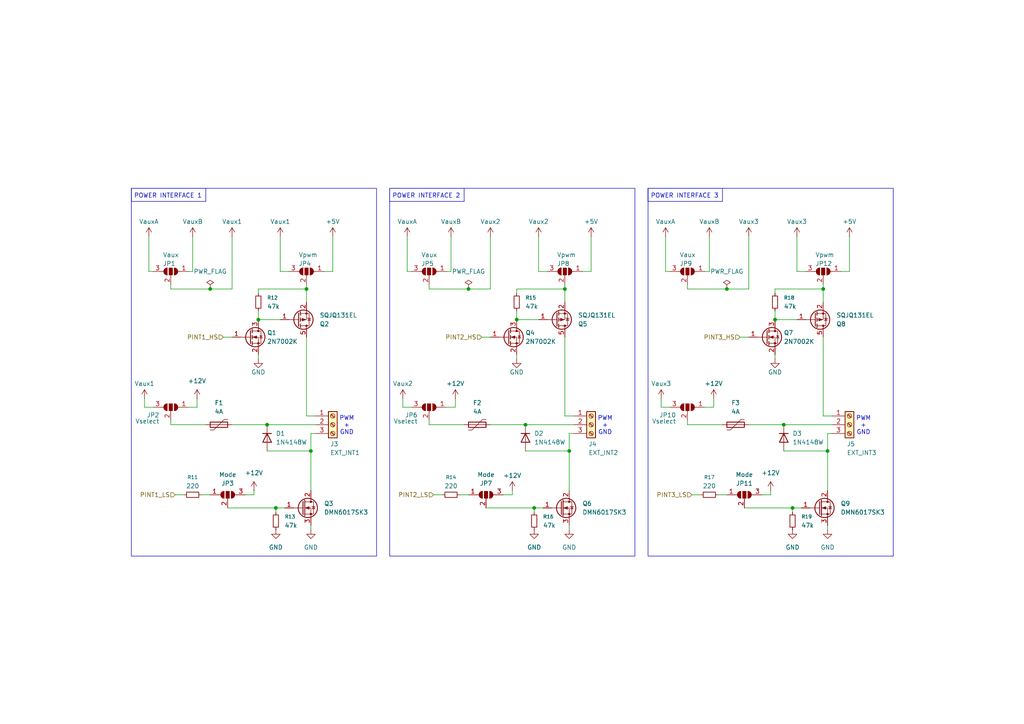
<source format=kicad_sch>
(kicad_sch (version 20250114) (generator "eeschema") (generator_version "9.0")
  (paper "A4")
  (title_block (title "Modulo Attuazione") (date "2025-11-28") (company "StarPi"))
  (lib_symbols
    (symbol "Connector:Screw_Terminal_01x03" (pin_names (offset 1.016) (hide yes))
      (property "Reference" "J" (at 0 5.08 0))
      (property "Value" "Screw_Terminal_01x03" (at 0 -5.08 0))
      (symbol "Screw_Terminal_01x03_1_1"
        (rectangle (start -1.27 3.81) (end 1.27 -3.81) (stroke (width 0.254)) (fill (type background)))
        (polyline (pts (xy -0.5334 2.8702) (xy 0.3302 2.032)) (stroke (width 0.1524)))
        (polyline (pts (xy -0.5334 0.3302) (xy 0.3302 -0.508)) (stroke (width 0.1524)))
        (polyline (pts (xy -0.5334 -2.2098) (xy 0.3302 -3.048)) (stroke (width 0.1524)))
        (polyline (pts (xy -0.3556 3.048) (xy 0.508 2.2098)) (stroke (width 0.1524)))
        (polyline (pts (xy -0.3556 0.508) (xy 0.508 -0.3302)) (stroke (width 0.1524)))
        (polyline (pts (xy -0.3556 -2.032) (xy 0.508 -2.8702)) (stroke (width 0.1524)))
        (circle (center 0 2.54) (radius 0.635) (stroke (width 0.1524)))
        (circle (center 0 0) (radius 0.635) (stroke (width 0.1524)))
        (circle (center 0 -2.54) (radius 0.635) (stroke (width 0.1524)))
        (pin passive line (at -5.08 2.54 0) (length 3.81) (name "Pin_1") (number "1"))
        (pin passive line (at -5.08 0 0) (length 3.81) (name "Pin_2") (number "2"))
        (pin passive line (at -5.08 -2.54 0) (length 3.81) (name "Pin_3") (number "3"))
      )
    )
    (symbol "Device:Polyfuse" (pin_numbers (hide yes)) (pin_names (offset 0))
      (property "Reference" "F" (at -2.54 0 90))
      (property "Value" "Polyfuse" (at 2.54 0 90))
      (symbol "Polyfuse_0_1"
        (polyline (pts (xy -1.524 2.54) (xy -1.524 1.524) (xy 1.524 -1.524) (xy 1.524 -2.54)))
        (rectangle (start -0.762 2.54) (end 0.762 -2.54) (stroke (width 0.254)))
        (polyline (pts (xy 0 2.54) (xy 0 -2.54)))
      )
      (symbol "Polyfuse_1_1"
        (pin passive line (at 0 3.81 270) (length 1.27) (name "~") (number "1"))
        (pin passive line (at 0 -3.81 90) (length 1.27) (name "~") (number "2"))
      )
    )
    (symbol "Device:R_Small" (pin_numbers (hide yes)) (pin_names (offset 0.254) (hide yes))
      (property "Reference" "R" (at 0 0 90))
      (property "Value" "R_Small" (at 1.778 0 90))
      (symbol "R_Small_0_1"
        (rectangle (start -0.762 1.778) (end 0.762 -1.778) (stroke (width 0.2032)))
      )
      (symbol "R_Small_1_1"
        (pin passive line (at 0 2.54 270) (length 0.762) (name "~") (number "1"))
        (pin passive line (at 0 -2.54 90) (length 0.762) (name "~") (number "2"))
      )
    )
    (symbol "Diode:1N4148W" (pin_numbers (hide yes)) (pin_names (hide yes))
      (property "Reference" "D" (at 0 2.54 0))
      (property "Value" "1N4148W" (at 0 -2.54 0))
      (symbol "1N4148W_0_1"
        (polyline (pts (xy -1.27 1.27) (xy -1.27 -1.27)) (stroke (width 0.254)))
        (polyline (pts (xy 1.27 1.27) (xy 1.27 -1.27) (xy -1.27 0) (xy 1.27 1.27)) (stroke (width 0.254)))
        (polyline (pts (xy 1.27 0) (xy -1.27 0)))
      )
      (symbol "1N4148W_1_1"
        (pin passive line (at -3.81 0 0) (length 2.54) (name "K") (number "1"))
        (pin passive line (at 3.81 0 180) (length 2.54) (name "A") (number "2"))
      )
    )
    (symbol "Jumper:SolderJumper_3_Open" (pin_names (offset 0) (hide yes)) (in_bom no)
      (property "Reference" "JP" (at -2.54 -2.54 0))
      (property "Value" "SolderJumper_3_Open" (at 0 2.794 0))
      (symbol "SolderJumper_3_Open_0_1"
        (polyline (pts (xy -2.54 0) (xy -2.032 0)))
        (polyline (pts (xy -1.016 1.016) (xy -1.016 -1.016)))
        (arc (start -1.016 -1.016) (mid -2.0276 0) (end -1.016 1.016))
        (arc (start -1.016 -1.016) (mid -2.0276 0) (end -1.016 1.016) (fill (type outline)))
        (rectangle (start -0.508 1.016) (end 0.508 -1.016) (fill (type outline)))
        (polyline (pts (xy 0 -1.27) (xy 0 -1.016)))
        (arc (start 1.016 1.016) (mid 2.0276 0) (end 1.016 -1.016))
        (arc (start 1.016 1.016) (mid 2.0276 0) (end 1.016 -1.016) (fill (type outline)))
        (polyline (pts (xy 1.016 1.016) (xy 1.016 -1.016)))
        (polyline (pts (xy 2.54 0) (xy 2.032 0)))
      )
      (symbol "SolderJumper_3_Open_1_1"
        (pin passive line (at -5.08 0 0) (length 2.54) (name "A") (number "1"))
        (pin passive line (at 0 -3.81 90) (length 2.54) (name "C") (number "2"))
        (pin passive line (at 5.08 0 180) (length 2.54) (name "B") (number "3"))
      )
    )
    (symbol "Transistor_FET:2N7002K" (pin_names (offset 0) (hide yes))
      (property "Reference" "Q" (at 5.08 1.905 0))
      (property "Value" "2N7002K" (at 5.08 0 0))
      (symbol "2N7002K_0_1"
        (polyline (pts (xy 0.254 1.905) (xy 0.254 -1.905)) (stroke (width 0.254)))
        (polyline (pts (xy 0.254 0) (xy -2.54 0)))
        (polyline (pts (xy 0.762 2.286) (xy 0.762 1.27)) (stroke (width 0.254)))
        (polyline (pts (xy 0.762 0.508) (xy 0.762 -0.508)) (stroke (width 0.254)))
        (polyline (pts (xy 0.762 -1.27) (xy 0.762 -2.286)) (stroke (width 0.254)))
        (polyline (pts (xy 0.762 -1.778) (xy 3.302 -1.778) (xy 3.302 1.778) (xy 0.762 1.778)))
        (polyline (pts (xy 1.016 0) (xy 2.032 0.381) (xy 2.032 -0.381) (xy 1.016 0)) (fill (type outline)))
        (circle (center 1.651 0) (radius 2.794) (stroke (width 0.254)))
        (polyline (pts (xy 2.54 2.54) (xy 2.54 1.778)))
        (circle (center 2.54 1.778) (radius 0.254) (fill (type outline)))
        (circle (center 2.54 -1.778) (radius 0.254) (fill (type outline)))
        (polyline (pts (xy 2.54 -2.54) (xy 2.54 0) (xy 0.762 0)))
        (polyline (pts (xy 2.921 0.381) (xy 3.683 0.381)))
        (polyline (pts (xy 3.302 0.381) (xy 2.921 -0.254) (xy 3.683 -0.254) (xy 3.302 0.381)))
      )
      (symbol "2N7002K_1_1"
        (pin input line (at -5.08 0 0) (length 2.54) (name "G") (number "1"))
        (pin passive line (at 2.54 5.08 270) (length 2.54) (name "D") (number "3"))
        (pin passive line (at 2.54 -5.08 90) (length 2.54) (name "S") (number "2"))
      )
    )
    (symbol "Transistor_FET:SQJQ131EL" (pin_names (hide yes))
      (property "Reference" "Q" (at 5.08 1.905 0))
      (property "Value" "SQJQ131EL" (at 5.08 0 0))
      (symbol "SQJQ131EL_0_1"
        (polyline (pts (xy 0.254 1.905) (xy 0.254 -1.905)) (stroke (width 0.254)))
        (polyline (pts (xy 0.254 0) (xy -2.54 0)))
        (polyline (pts (xy 0.762 2.286) (xy 0.762 1.27)) (stroke (width 0.254)))
        (polyline (pts (xy 0.762 1.778) (xy 3.302 1.778) (xy 3.302 -1.778) (xy 0.762 -1.778)))
        (polyline (pts (xy 0.762 0.508) (xy 0.762 -0.508)) (stroke (width 0.254)))
        (polyline (pts (xy 0.762 -1.27) (xy 0.762 -2.286)) (stroke (width 0.254)))
        (circle (center 1.651 0) (radius 2.794) (stroke (width 0.254)))
        (polyline (pts (xy 2.286 0) (xy 1.27 0.381) (xy 1.27 -0.381) (xy 2.286 0)) (fill (type outline)))
        (polyline (pts (xy 2.54 2.54) (xy 2.54 1.778)))
        (circle (center 2.54 1.778) (radius 0.254) (fill (type outline)))
        (circle (center 2.54 -1.778) (radius 0.254) (fill (type outline)))
        (polyline (pts (xy 2.54 -2.54) (xy 2.54 0) (xy 0.762 0)))
        (polyline (pts (xy 2.794 -0.508) (xy 2.921 -0.381) (xy 3.683 -0.381) (xy 3.81 -0.254)))
        (polyline (pts (xy 3.302 -0.381) (xy 2.921 0.254) (xy 3.683 0.254) (xy 3.302 -0.381)))
      )
      (symbol "SQJQ131EL_1_1"
        (pin input line (at -5.08 0 0) (length 2.54) (name "G") (number "1"))
        (pin passive line (at 2.54 5.08 270) (length 2.54) (name "D") (number "5"))
        (pin passive line (at 2.54 -5.08 90) (length 2.54) (name "S") (number "2"))
        (pin passive line (at 2.54 -5.08 90) (length 2.54) (hide yes) (name "S") (number "3"))
        (pin passive line (at 2.54 -5.08 90) (length 2.54) (hide yes) (name "S") (number "4"))
      )
    )
    (symbol "Transistor_FET_Other:Q_NMOS_Depletion_GDS" (pin_names (offset 0) (hide yes))
      (property "Reference" "Q" (at 5.08 1.905 0))
      (property "Value" "Q_NMOS_Depletion_GDS" (at 5.08 0 0))
      (symbol "Q_NMOS_Depletion_GDS_0_1"
        (polyline (pts (xy 0.254 1.905) (xy 0.254 -1.905)) (stroke (width 0.254)))
        (polyline (pts (xy 0.254 0) (xy -2.54 0)))
        (polyline (pts (xy 0.762 2.286) (xy 0.762 -2.286)) (stroke (width 0.254)))
        (polyline (pts (xy 0.762 -1.778) (xy 3.302 -1.778) (xy 3.302 1.778) (xy 0.762 1.778)))
        (polyline (pts (xy 1.016 0) (xy 2.032 0.381) (xy 2.032 -0.381) (xy 1.016 0)) (fill (type outline)))
        (circle (center 1.651 0) (radius 2.794) (stroke (width 0.254)))
        (polyline (pts (xy 2.54 2.54) (xy 2.54 1.778)))
        (circle (center 2.54 1.778) (radius 0.254) (fill (type outline)))
        (circle (center 2.54 -1.778) (radius 0.254) (fill (type outline)))
        (polyline (pts (xy 2.54 -2.54) (xy 2.54 0) (xy 0.762 0)))
        (polyline (pts (xy 2.794 0.508) (xy 2.921 0.381) (xy 3.683 0.381) (xy 3.81 0.254)))
        (polyline (pts (xy 3.302 0.381) (xy 2.921 -0.254) (xy 3.683 -0.254) (xy 3.302 0.381)))
      )
      (symbol "Q_NMOS_Depletion_GDS_1_1"
        (pin input line (at -5.08 0 0) (length 2.54) (name "G") (number "1"))
        (pin passive line (at 2.54 5.08 270) (length 2.54) (name "D") (number "2"))
        (pin passive line (at 2.54 -5.08 90) (length 2.54) (name "S") (number "3"))
      )
    )
    (symbol "power:+12V" (power) (pin_numbers (hide yes)) (pin_names (offset 0) (hide yes))
      (property "Value" "+12V" (at 0 3.556 0))
      (symbol "+12V_0_1"
        (polyline (pts (xy -0.762 1.27) (xy 0 2.54)))
        (polyline (pts (xy 0 2.54) (xy 0.762 1.27)))
        (polyline (pts (xy 0 0) (xy 0 2.54)))
      )
      (symbol "+12V_1_1"
        (pin power_in line (at 0 0 90) (length 0) (name "~") (number "1"))
      )
    )
    (symbol "power:+5V" (power) (pin_numbers (hide yes)) (pin_names (offset 0) (hide yes))
      (property "Value" "+5V" (at 0 3.556 0))
      (symbol "+5V_0_1"
        (polyline (pts (xy -0.762 1.27) (xy 0 2.54)))
        (polyline (pts (xy 0 2.54) (xy 0.762 1.27)))
        (polyline (pts (xy 0 0) (xy 0 2.54)))
      )
      (symbol "+5V_1_1"
        (pin power_in line (at 0 0 90) (length 0) (name "~") (number "1"))
      )
    )
    (symbol "power:+9V" (power) (pin_numbers (hide yes)) (pin_names (offset 0) (hide yes))
      (property "Value" "+9V" (at 0 3.556 0))
      (symbol "+9V_0_1"
        (polyline (pts (xy -0.762 1.27) (xy 0 2.54)))
        (polyline (pts (xy 0 2.54) (xy 0.762 1.27)))
        (polyline (pts (xy 0 0) (xy 0 2.54)))
      )
      (symbol "+9V_1_1"
        (pin power_in line (at 0 0 90) (length 0) (name "~") (number "1"))
      )
    )
    (symbol "power:GND" (power) (pin_numbers (hide yes)) (pin_names (offset 0) (hide yes))
      (property "Value" "GND" (at 0 -3.81 0))
      (symbol "GND_0_1"
        (polyline (pts (xy 0 0) (xy 0 -1.27) (xy 1.27 -1.27) (xy 0 -2.54) (xy -1.27 -1.27) (xy 0 -1.27)))
      )
      (symbol "GND_1_1"
        (pin power_in line (at 0 0 270) (length 0) (name "~") (number "1"))
      )
    )
    (symbol "power:PWR_FLAG" (power) (pin_numbers (hide yes)) (pin_names (offset 0) (hide yes))
      (property "Value" "PWR_FLAG" (at 0 3.81 0))
      (symbol "PWR_FLAG_0_0"
        (pin power_out line (at 0 0 90) (length 0) (name "~") (number "1"))
      )
      (symbol "PWR_FLAG_0_1"
        (polyline (pts (xy 0 0) (xy 0 1.27) (xy -1.016 1.905) (xy 0 2.54) (xy 1.016 1.905) (xy 0 1.27)))
      )
    )
  )
  (rectangle (start 38.1 54.61) (end 59.69 58.42))
  (rectangle (start 187.96 54.61) (end 259.08 161.29))
  (rectangle (start 38.1 54.61) (end 109.22 161.29))
  (rectangle (start 113.03 54.61) (end 134.62 58.42))
  (rectangle (start 113.03 54.61) (end 184.15 161.29))
  (rectangle (start 187.96 54.61) (end 209.55 58.42))
  (text "PWM\n+\nGND" (at 250.444 123.444 0) (effects (font (size 1.27 1.27))))
  (text "POWER INTERFACE 3" (at 188.722 56.896 0) (effects (font (size 1.27 1.27)) (justify left)))
  (text "POWER INTERFACE 1" (at 38.862 56.896 0) (effects (font (size 1.27 1.27)) (justify left)))
  (text "POWER INTERFACE 2" (at 113.792 56.896 0) (effects (font (size 1.27 1.27)) (justify left)))
  (text "PWM\n+\nGND" (at 100.584 123.444 0) (effects (font (size 1.27 1.27))))
  (text "PWM\n+\nGND" (at 175.514 123.444 0) (effects (font (size 1.27 1.27))))
  (junction (at 135.89 83.82))
  (junction (at 210.82 83.82))
  (junction (at 90.17 130.81))
  (junction (at 227.33 123.19))
  (junction (at 74.93 92.71))
  (junction (at 229.87 147.32))
  (junction (at 60.96 83.82))
  (junction (at 224.79 92.71))
  (junction (at 165.1 130.81))
  (junction (at 152.4 123.19))
  (junction (at 77.47 123.19))
  (junction (at 163.83 83.82))
  (junction (at 88.9 83.82))
  (junction (at 149.86 92.71))
  (junction (at 80.01 147.32))
  (junction (at 154.94 147.32))
  (junction (at 238.76 83.82))
  (junction (at 240.03 130.81))
  (wire (pts (xy 246.38 68.58) (xy 246.38 78.74)))
  (wire (pts (xy 200.66 143.51) (xy 203.2 143.51)))
  (wire (pts (xy 156.21 68.58) (xy 156.21 78.74)))
  (wire (pts (xy 165.1 152.4) (xy 165.1 153.67)))
  (wire (pts (xy 149.86 92.71) (xy 156.21 92.71)))
  (wire (pts (xy 90.17 130.81) (xy 90.17 125.73)))
  (wire (pts (xy 214.63 97.79) (xy 217.17 97.79)))
  (wire (pts (xy 231.14 68.58) (xy 231.14 78.74)))
  (wire (pts (xy 223.52 143.51) (xy 223.52 142.24)))
  (wire (pts (xy 207.01 118.11) (xy 207.01 115.57)))
  (wire (pts (xy 130.81 68.58) (xy 130.81 78.74)))
  (wire (pts (xy 124.46 123.19) (xy 134.62 123.19)))
  (wire (pts (xy 67.31 83.82) (xy 60.96 83.82)))
  (wire (pts (xy 142.24 123.19) (xy 152.4 123.19)))
  (wire (pts (xy 129.54 118.11) (xy 132.08 118.11)))
  (wire (pts (xy 90.17 125.73) (xy 91.44 125.73)))
  (wire (pts (xy 142.24 68.58) (xy 142.24 83.82)))
  (wire (pts (xy 149.86 85.09) (xy 149.86 83.82)))
  (wire (pts (xy 88.9 97.79) (xy 88.9 120.65)))
  (wire (pts (xy 238.76 120.65) (xy 241.3 120.65)))
  (wire (pts (xy 199.39 123.19) (xy 209.55 123.19)))
  (wire (pts (xy 43.18 68.58) (xy 43.18 78.74)))
  (wire (pts (xy 90.17 142.24) (xy 90.17 130.81)))
  (wire (pts (xy 165.1 130.81) (xy 165.1 125.73)))
  (wire (pts (xy 229.87 147.32) (xy 232.41 147.32)))
  (wire (pts (xy 57.15 118.11) (xy 57.15 115.57)))
  (wire (pts (xy 146.05 143.51) (xy 148.59 143.51)))
  (wire (pts (xy 208.28 143.51) (xy 210.82 143.51)))
  (wire (pts (xy 163.83 82.55) (xy 163.83 83.82)))
  (wire (pts (xy 49.53 123.19) (xy 49.53 121.92)))
  (wire (pts (xy 163.83 83.82) (xy 163.83 87.63)))
  (wire (pts (xy 73.66 143.51) (xy 73.66 142.24)))
  (wire (pts (xy 148.59 143.51) (xy 148.59 142.24)))
  (wire (pts (xy 130.81 78.74) (xy 129.54 78.74)))
  (wire (pts (xy 224.79 83.82) (xy 238.76 83.82)))
  (wire (pts (xy 49.53 83.82) (xy 49.53 82.55)))
  (wire (pts (xy 224.79 92.71) (xy 231.14 92.71)))
  (wire (pts (xy 205.74 68.58) (xy 205.74 78.74)))
  (wire (pts (xy 74.93 104.14) (xy 74.93 102.87)))
  (wire (pts (xy 220.98 143.51) (xy 223.52 143.51)))
  (wire (pts (xy 231.14 78.74) (xy 233.68 78.74)))
  (wire (pts (xy 116.84 118.11) (xy 119.38 118.11)))
  (wire (pts (xy 90.17 152.4) (xy 90.17 153.67)))
  (wire (pts (xy 81.28 78.74) (xy 83.82 78.74)))
  (wire (pts (xy 152.4 130.81) (xy 165.1 130.81)))
  (wire (pts (xy 240.03 152.4) (xy 240.03 153.67)))
  (wire (pts (xy 165.1 142.24) (xy 165.1 130.81)))
  (wire (pts (xy 41.91 118.11) (xy 44.45 118.11)))
  (wire (pts (xy 124.46 123.19) (xy 124.46 121.92)))
  (wire (pts (xy 199.39 123.19) (xy 199.39 121.92)))
  (wire (pts (xy 154.94 147.32) (xy 157.48 147.32)))
  (wire (pts (xy 80.01 147.32) (xy 82.55 147.32)))
  (wire (pts (xy 163.83 120.65) (xy 166.37 120.65)))
  (wire (pts (xy 81.28 68.58) (xy 81.28 78.74)))
  (wire (pts (xy 240.03 142.24) (xy 240.03 130.81)))
  (wire (pts (xy 156.21 78.74) (xy 158.75 78.74)))
  (wire (pts (xy 135.89 83.82) (xy 124.46 83.82)))
  (wire (pts (xy 238.76 97.79) (xy 238.76 120.65)))
  (wire (pts (xy 58.42 143.51) (xy 60.96 143.51)))
  (wire (pts (xy 41.91 118.11) (xy 41.91 115.57)))
  (wire (pts (xy 217.17 83.82) (xy 210.82 83.82)))
  (wire (pts (xy 50.8 143.51) (xy 53.34 143.51)))
  (wire (pts (xy 71.12 143.51) (xy 73.66 143.51)))
  (wire (pts (xy 96.52 68.58) (xy 96.52 78.74)))
  (wire (pts (xy 149.86 90.17) (xy 149.86 92.71)))
  (wire (pts (xy 74.93 83.82) (xy 88.9 83.82)))
  (wire (pts (xy 125.73 143.51) (xy 128.27 143.51)))
  (wire (pts (xy 49.53 123.19) (xy 59.69 123.19)))
  (wire (pts (xy 227.33 123.19) (xy 241.3 123.19)))
  (wire (pts (xy 154.94 148.59) (xy 154.94 147.32)))
  (wire (pts (xy 74.93 90.17) (xy 74.93 92.71)))
  (wire (pts (xy 152.4 123.19) (xy 166.37 123.19)))
  (wire (pts (xy 165.1 125.73) (xy 166.37 125.73)))
  (wire (pts (xy 215.9 147.32) (xy 229.87 147.32)))
  (wire (pts (xy 224.79 85.09) (xy 224.79 83.82)))
  (wire (pts (xy 227.33 130.81) (xy 240.03 130.81)))
  (wire (pts (xy 80.01 148.59) (xy 80.01 147.32)))
  (wire (pts (xy 149.86 104.14) (xy 149.86 102.87)))
  (wire (pts (xy 66.04 147.32) (xy 80.01 147.32)))
  (wire (pts (xy 139.7 97.79) (xy 142.24 97.79)))
  (wire (pts (xy 77.47 123.19) (xy 91.44 123.19)))
  (wire (pts (xy 171.45 78.74) (xy 168.91 78.74)))
  (wire (pts (xy 55.88 78.74) (xy 54.61 78.74)))
  (wire (pts (xy 191.77 118.11) (xy 191.77 115.57)))
  (wire (pts (xy 43.18 78.74) (xy 44.45 78.74)))
  (wire (pts (xy 55.88 68.58) (xy 55.88 78.74)))
  (wire (pts (xy 191.77 118.11) (xy 194.31 118.11)))
  (wire (pts (xy 224.79 104.14) (xy 224.79 102.87)))
  (wire (pts (xy 204.47 118.11) (xy 207.01 118.11)))
  (wire (pts (xy 133.35 143.51) (xy 135.89 143.51)))
  (wire (pts (xy 88.9 83.82) (xy 88.9 87.63)))
  (wire (pts (xy 199.39 83.82) (xy 199.39 82.55)))
  (wire (pts (xy 224.79 90.17) (xy 224.79 92.71)))
  (wire (pts (xy 88.9 120.65) (xy 91.44 120.65)))
  (wire (pts (xy 67.31 68.58) (xy 67.31 83.82)))
  (wire (pts (xy 229.87 148.59) (xy 229.87 147.32)))
  (wire (pts (xy 171.45 68.58) (xy 171.45 78.74)))
  (wire (pts (xy 96.52 78.74) (xy 93.98 78.74)))
  (wire (pts (xy 60.96 83.82) (xy 49.53 83.82)))
  (wire (pts (xy 240.03 125.73) (xy 241.3 125.73)))
  (wire (pts (xy 140.97 147.32) (xy 154.94 147.32)))
  (wire (pts (xy 67.31 123.19) (xy 77.47 123.19)))
  (wire (pts (xy 193.04 68.58) (xy 193.04 78.74)))
  (wire (pts (xy 74.93 85.09) (xy 74.93 83.82)))
  (wire (pts (xy 74.93 92.71) (xy 81.28 92.71)))
  (wire (pts (xy 193.04 78.74) (xy 194.31 78.74)))
  (wire (pts (xy 132.08 118.11) (xy 132.08 115.57)))
  (wire (pts (xy 149.86 83.82) (xy 163.83 83.82)))
  (wire (pts (xy 205.74 78.74) (xy 204.47 78.74)))
  (wire (pts (xy 238.76 82.55) (xy 238.76 83.82)))
  (wire (pts (xy 210.82 83.82) (xy 199.39 83.82)))
  (wire (pts (xy 64.77 97.79) (xy 67.31 97.79)))
  (wire (pts (xy 142.24 83.82) (xy 135.89 83.82)))
  (wire (pts (xy 217.17 68.58) (xy 217.17 83.82)))
  (wire (pts (xy 163.83 97.79) (xy 163.83 120.65)))
  (wire (pts (xy 88.9 82.55) (xy 88.9 83.82)))
  (wire (pts (xy 217.17 123.19) (xy 227.33 123.19)))
  (wire (pts (xy 238.76 83.82) (xy 238.76 87.63)))
  (wire (pts (xy 54.61 118.11) (xy 57.15 118.11)))
  (wire (pts (xy 246.38 78.74) (xy 243.84 78.74)))
  (wire (pts (xy 116.84 118.11) (xy 116.84 115.57)))
  (wire (pts (xy 77.47 130.81) (xy 90.17 130.81)))
  (wire (pts (xy 118.11 78.74) (xy 119.38 78.74)))
  (wire (pts (xy 240.03 130.81) (xy 240.03 125.73)))
  (wire (pts (xy 124.46 83.82) (xy 124.46 82.55)))
  (wire (pts (xy 118.11 68.58) (xy 118.11 78.74)))
  (hierarchical_label "PINT3_LS" (shape input) (at 200.66 143.51 180))
  (hierarchical_label "PINT1_HS" (shape input) (at 64.77 97.79 180))
  (hierarchical_label "PINT1_LS" (shape input) (at 50.8 143.51 180))
  (hierarchical_label "PINT2_HS" (shape input) (at 139.7 97.79 180))
  (hierarchical_label "PINT3_HS" (shape input) (at 214.63 97.79 180))
  (hierarchical_label "PINT2_LS" (shape input) (at 125.73 143.51 180))
  (symbol (lib_id "power:GND") (at 154.94 153.67 0) (unit 1)
    (property "Reference" "#PWR043" (effects (hide yes)))
    (property "Value" "GND" (at 154.94 158.75 0))
    (property "Description" "Power symbol creates a global label with name \"GND\" , ground" (effects (hide yes)))
  )
  (symbol (lib_id "Jumper:SolderJumper_3_Open") (at 88.9 78.74 0) (mirror y) (unit 1) (in_bom no)
    (property "Reference" "JP4" (at 86.614 76.454 0) (effects (justify right)))
    (property "Value" "Vpwm" (at 86.614 73.914 0) (effects (justify right)))
    (property "Footprint" "Jumper:SolderJumper-3_P2.0mm_Open_TrianglePad1.0x1.5mm_NumberLabels" (effects (hide yes)))
    (property "Description" "Solder Jumper, 3-pole, open" (effects (hide yes)))
  )
  (symbol (lib_id "power:+9V") (at 67.31 68.58 0) (unit 1)
    (property "Reference" "#PWR029" (effects (hide yes)))
    (property "Value" "Vaux1" (at 67.31 64.262 0))
    (property "Description" "Power symbol creates a global label with name \"+9V\"" (effects (hide yes)))
  )
  (symbol (lib_id "Jumper:SolderJumper_3_Open") (at 140.97 143.51 0) (unit 1) (in_bom no)
    (property "Reference" "JP7" (at 140.97 140.208 0))
    (property "Value" "Mode" (at 140.97 137.668 0))
    (property "Footprint" "Jumper:SolderJumper-3_P2.0mm_Open_TrianglePad1.0x1.5mm_NumberLabels" (effects (hide yes)))
    (property "Description" "Solder Jumper, 3-pole, open" (effects (hide yes)))
  )
  (symbol (lib_id "power:+9V") (at 81.28 68.58 0) (unit 1)
    (property "Reference" "#PWR033" (effects (hide yes)))
    (property "Value" "Vaux1" (at 81.28 64.262 0))
    (property "Description" "Power symbol creates a global label with name \"+9V\"" (effects (hide yes)))
  )
  (symbol (lib_id "Device:Polyfuse") (at 138.43 123.19 270) (unit 1)
    (property "Reference" "F2" (at 138.43 116.84 90))
    (property "Value" "4A" (at 138.43 119.38 90))
    (property "Footprint" "Fuse:Fuse_2920_7451Metric_Pad2.10x5.45mm_HandSolder" (effects (hide yes)))
  )
  (symbol (lib_id "power:+9V") (at 191.77 115.57 0) (unit 1)
    (property "Reference" "#PWR047" (effects (hide yes)))
    (property "Value" "Vaux3" (at 191.77 111.252 0))
    (property "Description" "Power symbol creates a global label with name \"+9V\"" (effects (hide yes)))
  )
  (symbol (lib_id "power:+9V") (at 156.21 68.58 0) (unit 1)
    (property "Reference" "#PWR044" (effects (hide yes)))
    (property "Value" "Vaux2" (at 156.21 64.262 0))
    (property "Description" "Power symbol creates a global label with name \"+9V\"" (effects (hide yes)))
  )
  (symbol (lib_id "Transistor_FET:SQJQ131EL") (at 86.36 92.71 0) (mirror x) (unit 1)
    (property "Reference" "Q2" (at 92.71 93.9801 0) (effects (justify left)))
    (property "Value" "SQJQ131EL" (at 92.71 91.4401 0) (effects (justify left)))
    (property "Footprint" "Package_TO_SOT_SMD:LFPAK88" (effects (hide yes)))
    (property "Datasheet" "https://www.vishay.com/docs/77936/sqjq131el.pdf" (effects (hide yes)))
    (property "Description" "-280A Id, 30V Vds, P-Channel MOSFET, 1.4mOhm Ron, 82nC Qgd, -55 to 175 °C, LFPAK88" (effects (hide yes)))
    (property "Sim.Device" "PMOS" (effects (hide yes)))
    (property "Sim.Type" "VDMOS" (effects (hide yes)))
    (property "Sim.Pins" "1=D 2=G 3=S" (effects (hide yes)))
  )
  (symbol (lib_id "power:PWR_FLAG") (at 135.89 83.82 0) (unit 1)
    (property "Reference" "#FLG02" (effects (hide yes)))
    (property "Value" "PWR_FLAG" (at 135.89 78.74 0))
    (property "Description" "Special symbol for telling ERC where power comes from" (effects (hide yes)))
  )
  (symbol (lib_id "Diode:1N4148W") (at 152.4 127 270) (unit 1)
    (property "Reference" "D2" (at 154.94 125.7299 90) (effects (justify left)))
    (property "Value" "1N4148W" (at 154.94 128.2699 90) (effects (justify left)))
    (property "Footprint" "Diode_SMD:D_SOD-123" (effects (hide yes)))
    (property "Datasheet" "https://www.vishay.com/docs/85748/1n4148w.pdf" (effects (hide yes)))
    (property "Description" "75V 0.15A Fast Switching Diode, SOD-123" (effects (hide yes)))
    (property "Sim.Device" "D" (effects (hide yes)))
    (property "Sim.Pins" "1=K 2=A" (effects (hide yes)))
  )
  (symbol (lib_id "Jumper:SolderJumper_3_Open") (at 215.9 143.51 0) (unit 1) (in_bom no)
    (property "Reference" "JP11" (at 215.9 140.208 0))
    (property "Value" "Mode" (at 215.9 137.668 0))
    (property "Footprint" "Jumper:SolderJumper-3_P2.0mm_Open_TrianglePad1.0x1.5mm_NumberLabels" (effects (hide yes)))
    (property "Description" "Solder Jumper, 3-pole, open" (effects (hide yes)))
  )
  (symbol (lib_id "power:GND") (at 90.17 153.67 0) (unit 1)
    (property "Reference" "#PWR034" (effects (hide yes)))
    (property "Value" "GND" (at 90.17 158.75 0))
    (property "Description" "Power symbol creates a global label with name \"GND\" , ground" (effects (hide yes)))
  )
  (symbol (lib_id "power:+5V") (at 130.81 68.58 0) (unit 1)
    (property "Reference" "#PWR038" (effects (hide yes)))
    (property "Value" "VauxB" (at 130.81 64.262 0))
    (property "Description" "Power symbol creates a global label with name \"+5V\"" (effects (hide yes)))
  )
  (symbol (lib_id "Connector:Screw_Terminal_01x03") (at 171.45 123.19 0) (unit 1)
    (property "Reference" "J4" (at 170.688 128.778 0) (effects (justify left)))
    (property "Value" "EXT_INT2" (at 170.688 131.318 0) (effects (justify left)))
    (property "Footprint" "TerminalBlock_Phoenix:TerminalBlock_Phoenix_MKDS-1-3-3.81_1x03_P3.81mm_Horizontal" (effects (hide yes)))
    (property "Description" "Generic screw terminal, single row, 01x03, script generated (kicad-library-utils/schlib/autogen/connector/)" (effects (hide yes)))
  )
  (symbol (lib_id "Jumper:SolderJumper_3_Open") (at 199.39 78.74 0) (mirror y) (unit 1) (in_bom no)
    (property "Reference" "JP9" (at 197.104 76.454 0) (effects (justify right)))
    (property "Value" "Vaux" (at 197.104 73.914 0) (effects (justify right)))
    (property "Footprint" "Jumper:SolderJumper-3_P2.0mm_Open_TrianglePad1.0x1.5mm_NumberLabels" (effects (hide yes)))
    (property "Description" "Solder Jumper, 3-pole, open" (effects (hide yes)))
  )
  (symbol (lib_id "Diode:1N4148W") (at 227.33 127 270) (unit 1)
    (property "Reference" "D3" (at 229.87 125.7299 90) (effects (justify left)))
    (property "Value" "1N4148W" (at 229.87 128.2699 90) (effects (justify left)))
    (property "Footprint" "Diode_SMD:D_SOD-123" (effects (hide yes)))
    (property "Datasheet" "https://www.vishay.com/docs/85748/1n4148w.pdf" (effects (hide yes)))
    (property "Description" "75V 0.15A Fast Switching Diode, SOD-123" (effects (hide yes)))
    (property "Sim.Device" "D" (effects (hide yes)))
    (property "Sim.Pins" "1=K 2=A" (effects (hide yes)))
  )
  (symbol (lib_id "Jumper:SolderJumper_3_Open") (at 163.83 78.74 0) (mirror y) (unit 1) (in_bom no)
    (property "Reference" "JP8" (at 161.544 76.454 0) (effects (justify right)))
    (property "Value" "Vpwm" (at 161.544 73.914 0) (effects (justify right)))
    (property "Footprint" "Jumper:SolderJumper-3_P2.0mm_Open_TrianglePad1.0x1.5mm_NumberLabels" (effects (hide yes)))
    (property "Description" "Solder Jumper, 3-pole, open" (effects (hide yes)))
  )
  (symbol (lib_id "power:+12V") (at 148.59 142.24 0) (unit 1)
    (property "Reference" "#PWR041" (effects (hide yes)))
    (property "Value" "+12V" (at 148.59 137.922 0))
    (property "Description" "Power symbol creates a global label with name \"+12V\"" (effects (hide yes)))
  )
  (symbol (lib_id "power:GND") (at 229.87 153.67 0) (unit 1)
    (property "Reference" "#PWR054" (effects (hide yes)))
    (property "Value" "GND" (at 229.87 158.75 0))
    (property "Description" "Power symbol creates a global label with name \"GND\" , ground" (effects (hide yes)))
  )
  (symbol (lib_id "Device:Polyfuse") (at 213.36 123.19 270) (unit 1)
    (property "Reference" "F3" (at 213.36 116.84 90))
    (property "Value" "4A" (at 213.36 119.38 90))
    (property "Footprint" "Fuse:Fuse_2920_7451Metric_Pad2.10x5.45mm_HandSolder" (effects (hide yes)))
  )
  (symbol (lib_id "power:+12V") (at 118.11 68.58 0) (unit 1)
    (property "Reference" "#PWR037" (effects (hide yes)))
    (property "Value" "VauxA" (at 118.11 64.262 0))
  )
  (symbol (lib_id "Transistor_FET:2N7002K") (at 222.25 97.79 0) (unit 1)
    (property "Reference" "Q7" (at 227.33 96.52 0) (effects (justify left)))
    (property "Value" "2N7002K" (at 227.33 99.06 0) (effects (justify left)))
    (property "Footprint" "Package_TO_SOT_SMD:SOT-23" (effects (hide yes)))
    (property "Datasheet" "https://www.diodes.com/assets/Datasheets/ds30896.pdf" (effects (hide yes)))
    (property "Description" "0.38A Id, 60V Vds, N-Channel MOSFET, SOT-23" (effects (hide yes)))
  )
  (symbol (lib_id "power:+9V") (at 142.24 68.58 0) (unit 1)
    (property "Reference" "#PWR040" (effects (hide yes)))
    (property "Value" "Vaux2" (at 142.24 64.262 0))
    (property "Description" "Power symbol creates a global label with name \"+9V\"" (effects (hide yes)))
  )
  (symbol (lib_id "Connector:Screw_Terminal_01x03") (at 246.38 123.19 0) (unit 1)
    (property "Reference" "J5" (at 245.618 128.778 0) (effects (justify left)))
    (property "Value" "EXT_INT3" (at 245.618 131.318 0) (effects (justify left)))
    (property "Footprint" "TerminalBlock_Phoenix:TerminalBlock_Phoenix_MKDS-1-3-3.81_1x03_P3.81mm_Horizontal" (effects (hide yes)))
    (property "Description" "Generic screw terminal, single row, 01x03, script generated (kicad-library-utils/schlib/autogen/connector/)" (effects (hide yes)))
  )
  (symbol (lib_id "Jumper:SolderJumper_3_Open") (at 124.46 118.11 0) (mirror y) (unit 1) (in_bom no)
    (property "Reference" "JP6" (at 121.158 120.396 0) (effects (justify left)))
    (property "Value" "Vselect" (at 121.1579 122.174 0) (effects (justify left)))
    (property "Footprint" "Jumper:SolderJumper-3_P2.0mm_Open_TrianglePad1.0x1.5mm_NumberLabels" (effects (hide yes)))
    (property "Description" "Solder Jumper, 3-pole, open" (effects (hide yes)))
  )
  (symbol (lib_id "power:+12V") (at 193.04 68.58 0) (unit 1)
    (property "Reference" "#PWR048" (effects (hide yes)))
    (property "Value" "VauxA" (at 193.04 64.262 0))
  )
  (symbol (lib_id "power:GND") (at 224.79 104.14 0) (unit 1)
    (property "Reference" "#PWR053" (effects (hide yes)))
    (property "Value" "GND" (at 224.79 107.95 0))
    (property "Description" "Power symbol creates a global label with name \"GND\" , ground" (effects (hide yes)))
  )
  (symbol (lib_id "Transistor_FET_Other:Q_NMOS_Depletion_GDS") (at 237.49 147.32 0) (unit 1)
    (property "Reference" "Q9" (at 243.84 146.0499 0) (effects (justify left)))
    (property "Value" "DMN6017SK3" (at 243.84 148.5899 0) (effects (justify left)))
    (property "Footprint" "Package_TO_SOT_SMD:TO-252-2" (effects (hide yes)))
    (property "Description" "Depletion-mode N-channel MOSFET gate/drain/source" (effects (hide yes)))
  )
  (symbol (lib_id "Device:R_Small") (at 55.88 143.51 90) (unit 1)
    (property "Reference" "R11" (at 55.88 138.43 90) (effects (font (size 1.016 1.016))))
    (property "Value" "220" (at 55.88 140.97 90))
    (property "Footprint" "Resistor_SMD:R_0603_1608Metric_Pad0.98x0.95mm_HandSolder" (effects (hide yes)))
    (property "Description" "Resistor, small symbol" (effects (hide yes)))
  )
  (symbol (lib_id "power:+12V") (at 57.15 115.57 0) (unit 1)
    (property "Reference" "#PWR028" (effects (hide yes)))
    (property "Value" "+12V" (at 57.15 110.49 0))
    (property "Description" "Power symbol creates a global label with name \"+12V\"" (effects (hide yes)))
  )
  (symbol (lib_id "Device:R_Small") (at 229.87 151.13 180) (unit 1)
    (property "Reference" "R19" (at 232.41 149.8599 0) (effects (font (size 1.016 1.016)) (justify right)))
    (property "Value" "47k" (at 232.41 152.3999 0) (effects (justify right)))
    (property "Footprint" "Resistor_SMD:R_0603_1608Metric_Pad0.98x0.95mm_HandSolder" (effects (hide yes)))
    (property "Description" "Resistor, small symbol" (effects (hide yes)))
  )
  (symbol (lib_id "power:+12V") (at 43.18 68.58 0) (unit 1)
    (property "Reference" "#PWR026" (effects (hide yes)))
    (property "Value" "VauxA" (at 43.18 64.262 0))
  )
  (symbol (lib_id "power:GND") (at 149.86 104.14 0) (unit 1)
    (property "Reference" "#PWR042" (effects (hide yes)))
    (property "Value" "GND" (at 149.86 107.95 0))
    (property "Description" "Power symbol creates a global label with name \"GND\" , ground" (effects (hide yes)))
  )
  (symbol (lib_id "power:+5V") (at 205.74 68.58 0) (unit 1)
    (property "Reference" "#PWR049" (effects (hide yes)))
    (property "Value" "VauxB" (at 205.74 64.262 0))
    (property "Description" "Power symbol creates a global label with name \"+5V\"" (effects (hide yes)))
  )
  (symbol (lib_id "power:GND") (at 80.01 153.67 0) (unit 1)
    (property "Reference" "#PWR032" (effects (hide yes)))
    (property "Value" "GND" (at 80.01 158.75 0))
    (property "Description" "Power symbol creates a global label with name \"GND\" , ground" (effects (hide yes)))
  )
  (symbol (lib_id "power:+9V") (at 41.91 115.57 0) (unit 1)
    (property "Reference" "#PWR025" (effects (hide yes)))
    (property "Value" "Vaux1" (at 41.91 111.252 0))
    (property "Description" "Power symbol creates a global label with name \"+9V\"" (effects (hide yes)))
  )
  (symbol (lib_id "Jumper:SolderJumper_3_Open") (at 66.04 143.51 0) (unit 1) (in_bom no)
    (property "Reference" "JP3" (at 66.04 140.208 0))
    (property "Value" "Mode" (at 66.04 137.668 0))
    (property "Footprint" "Jumper:SolderJumper-3_P2.0mm_Open_TrianglePad1.0x1.5mm_NumberLabels" (effects (hide yes)))
    (property "Description" "Solder Jumper, 3-pole, open" (effects (hide yes)))
  )
  (symbol (lib_id "power:+5V") (at 55.88 68.58 0) (unit 1)
    (property "Reference" "#PWR027" (effects (hide yes)))
    (property "Value" "VauxB" (at 55.88 64.262 0))
    (property "Description" "Power symbol creates a global label with name \"+5V\"" (effects (hide yes)))
  )
  (symbol (lib_id "Jumper:SolderJumper_3_Open") (at 199.39 118.11 0) (mirror y) (unit 1) (in_bom no)
    (property "Reference" "JP10" (at 196.088 120.396 0) (effects (justify left)))
    (property "Value" "Vselect" (at 196.0879 122.174 0) (effects (justify left)))
    (property "Footprint" "Jumper:SolderJumper-3_P2.0mm_Open_TrianglePad1.0x1.5mm_NumberLabels" (effects (hide yes)))
    (property "Description" "Solder Jumper, 3-pole, open" (effects (hide yes)))
  )
  (symbol (lib_id "Transistor_FET:SQJQ131EL") (at 236.22 92.71 0) (mirror x) (unit 1)
    (property "Reference" "Q8" (at 242.57 93.9801 0) (effects (justify left)))
    (property "Value" "SQJQ131EL" (at 242.57 91.4401 0) (effects (justify left)))
    (property "Footprint" "Package_TO_SOT_SMD:LFPAK88" (effects (hide yes)))
    (property "Datasheet" "https://www.vishay.com/docs/77936/sqjq131el.pdf" (effects (hide yes)))
    (property "Description" "-280A Id, 30V Vds, P-Channel MOSFET, 1.4mOhm Ron, 82nC Qgd, -55 to 175 °C, LFPAK88" (effects (hide yes)))
    (property "Sim.Device" "PMOS" (effects (hide yes)))
    (property "Sim.Type" "VDMOS" (effects (hide yes)))
    (property "Sim.Pins" "1=D 2=G 3=S" (effects (hide yes)))
  )
  (symbol (lib_id "power:+9V") (at 231.14 68.58 0) (unit 1)
    (property "Reference" "#PWR055" (effects (hide yes)))
    (property "Value" "Vaux3" (at 231.14 64.262 0))
    (property "Description" "Power symbol creates a global label with name \"+9V\"" (effects (hide yes)))
  )
  (symbol (lib_id "power:PWR_FLAG") (at 210.82 83.82 0) (unit 1)
    (property "Reference" "#FLG03" (effects (hide yes)))
    (property "Value" "PWR_FLAG" (at 210.82 78.74 0))
    (property "Description" "Special symbol for telling ERC where power comes from" (effects (hide yes)))
  )
  (symbol (lib_id "Device:R_Small") (at 224.79 87.63 180) (unit 1)
    (property "Reference" "R18" (at 227.33 86.3599 0) (effects (font (size 1.016 1.016)) (justify right)))
    (property "Value" "47k" (at 227.33 88.8999 0) (effects (justify right)))
    (property "Footprint" "Resistor_SMD:R_0603_1608Metric_Pad0.98x0.95mm_HandSolder" (effects (hide yes)))
    (property "Description" "Resistor, small symbol" (effects (hide yes)))
  )
  (symbol (lib_id "Jumper:SolderJumper_3_Open") (at 238.76 78.74 0) (mirror y) (unit 1) (in_bom no)
    (property "Reference" "JP12" (at 236.474 76.454 0) (effects (justify right)))
    (property "Value" "Vpwm" (at 236.474 73.914 0) (effects (justify right)))
    (property "Footprint" "Jumper:SolderJumper-3_P2.0mm_Open_TrianglePad1.0x1.5mm_NumberLabels" (effects (hide yes)))
    (property "Description" "Solder Jumper, 3-pole, open" (effects (hide yes)))
  )
  (symbol (lib_id "Device:R_Small") (at 154.94 151.13 180) (unit 1)
    (property "Reference" "R16" (at 157.48 149.8599 0) (effects (font (size 1.016 1.016)) (justify right)))
    (property "Value" "47k" (at 157.48 152.3999 0) (effects (justify right)))
    (property "Footprint" "Resistor_SMD:R_0603_1608Metric_Pad0.98x0.95mm_HandSolder" (effects (hide yes)))
    (property "Description" "Resistor, small symbol" (effects (hide yes)))
  )
  (symbol (lib_id "power:PWR_FLAG") (at 60.96 83.82 0) (unit 1)
    (property "Reference" "#FLG01" (effects (hide yes)))
    (property "Value" "PWR_FLAG" (at 60.96 78.74 0))
    (property "Description" "Special symbol for telling ERC where power comes from" (effects (hide yes)))
  )
  (symbol (lib_id "power:GND") (at 165.1 153.67 0) (unit 1)
    (property "Reference" "#PWR045" (effects (hide yes)))
    (property "Value" "GND" (at 165.1 158.75 0))
    (property "Description" "Power symbol creates a global label with name \"GND\" , ground" (effects (hide yes)))
  )
  (symbol (lib_id "power:+12V") (at 73.66 142.24 0) (unit 1)
    (property "Reference" "#PWR030" (effects (hide yes)))
    (property "Value" "+12V" (at 73.66 137.16 0))
    (property "Description" "Power symbol creates a global label with name \"+12V\"" (effects (hide yes)))
  )
  (symbol (lib_id "Transistor_FET:2N7002K") (at 72.39 97.79 0) (unit 1)
    (property "Reference" "Q1" (at 77.47 96.52 0) (effects (justify left)))
    (property "Value" "2N7002K" (at 77.47 99.06 0) (effects (justify left)))
    (property "Footprint" "Package_TO_SOT_SMD:SOT-23" (effects (hide yes)))
    (property "Datasheet" "https://www.diodes.com/assets/Datasheets/ds30896.pdf" (effects (hide yes)))
    (property "Description" "0.38A Id, 60V Vds, N-Channel MOSFET, SOT-23" (effects (hide yes)))
  )
  (symbol (lib_id "Device:R_Small") (at 80.01 151.13 180) (unit 1)
    (property "Reference" "R13" (at 82.55 149.8599 0) (effects (font (size 1.016 1.016)) (justify right)))
    (property "Value" "47k" (at 82.55 152.3999 0) (effects (justify right)))
    (property "Footprint" "Resistor_SMD:R_0603_1608Metric_Pad0.98x0.95mm_HandSolder" (effects (hide yes)))
    (property "Description" "Resistor, small symbol" (effects (hide yes)))
  )
  (symbol (lib_id "power:+12V") (at 223.52 142.24 0) (unit 1)
    (property "Reference" "#PWR052" (effects (hide yes)))
    (property "Value" "+12V" (at 223.52 137.16 0))
    (property "Description" "Power symbol creates a global label with name \"+12V\"" (effects (hide yes)))
  )
  (symbol (lib_id "power:+9V") (at 116.84 115.57 0) (unit 1)
    (property "Reference" "#PWR036" (effects (hide yes)))
    (property "Value" "Vaux2" (at 116.84 111.252 0))
    (property "Description" "Power symbol creates a global label with name \"+9V\"" (effects (hide yes)))
  )
  (symbol (lib_id "Diode:1N4148W") (at 77.47 127 270) (unit 1)
    (property "Reference" "D1" (at 80.01 125.7299 90) (effects (justify left)))
    (property "Value" "1N4148W" (at 80.01 128.2699 90) (effects (justify left)))
    (property "Footprint" "Diode_SMD:D_SOD-123" (effects (hide yes)))
    (property "Datasheet" "https://www.vishay.com/docs/85748/1n4148w.pdf" (effects (hide yes)))
    (property "Description" "75V 0.15A Fast Switching Diode, SOD-123" (effects (hide yes)))
    (property "Sim.Device" "D" (effects (hide yes)))
    (property "Sim.Pins" "1=K 2=A" (effects (hide yes)))
  )
  (symbol (lib_id "Jumper:SolderJumper_3_Open") (at 124.46 78.74 0) (mirror y) (unit 1) (in_bom no)
    (property "Reference" "JP5" (at 122.174 76.454 0) (effects (justify right)))
    (property "Value" "Vaux" (at 122.174 73.914 0) (effects (justify right)))
    (property "Footprint" "Jumper:SolderJumper-3_P2.0mm_Open_TrianglePad1.0x1.5mm_NumberLabels" (effects (hide yes)))
    (property "Description" "Solder Jumper, 3-pole, open" (effects (hide yes)))
  )
  (symbol (lib_id "Transistor_FET:SQJQ131EL") (at 161.29 92.71 0) (mirror x) (unit 1)
    (property "Reference" "Q5" (at 167.64 93.9801 0) (effects (justify left)))
    (property "Value" "SQJQ131EL" (at 167.64 91.4401 0) (effects (justify left)))
    (property "Footprint" "Package_TO_SOT_SMD:LFPAK88" (effects (hide yes)))
    (property "Datasheet" "https://www.vishay.com/docs/77936/sqjq131el.pdf" (effects (hide yes)))
    (property "Description" "-280A Id, 30V Vds, P-Channel MOSFET, 1.4mOhm Ron, 82nC Qgd, -55 to 175 °C, LFPAK88" (effects (hide yes)))
    (property "Sim.Device" "PMOS" (effects (hide yes)))
    (property "Sim.Type" "VDMOS" (effects (hide yes)))
    (property "Sim.Pins" "1=D 2=G 3=S" (effects (hide yes)))
  )
  (symbol (lib_id "Transistor_FET_Other:Q_NMOS_Depletion_GDS") (at 87.63 147.32 0) (unit 1)
    (property "Reference" "Q3" (at 93.98 146.0499 0) (effects (justify left)))
    (property "Value" "DMN6017SK3" (at 93.98 148.5899 0) (effects (justify left)))
    (property "Footprint" "Package_TO_SOT_SMD:TO-252-2" (effects (hide yes)))
    (property "Description" "Depletion-mode N-channel MOSFET gate/drain/source" (effects (hide yes)))
  )
  (symbol (lib_id "power:+5V") (at 96.52 68.58 0) (unit 1)
    (property "Reference" "#PWR035" (effects (hide yes)))
    (property "Value" "+5V" (at 96.52 64.262 0))
    (property "Description" "Power symbol creates a global label with name \"+5V\"" (effects (hide yes)))
  )
  (symbol (lib_id "power:+5V") (at 171.45 68.58 0) (unit 1)
    (property "Reference" "#PWR046" (effects (hide yes)))
    (property "Value" "+5V" (at 171.45 64.262 0))
    (property "Description" "Power symbol creates a global label with name \"+5V\"" (effects (hide yes)))
  )
  (symbol (lib_id "power:+12V") (at 207.01 115.57 0) (unit 1)
    (property "Reference" "#PWR050" (effects (hide yes)))
    (property "Value" "+12V" (at 207.01 111.252 0))
    (property "Description" "Power symbol creates a global label with name \"+12V\"" (effects (hide yes)))
  )
  (symbol (lib_id "Transistor_FET:2N7002K") (at 147.32 97.79 0) (unit 1)
    (property "Reference" "Q4" (at 152.4 96.52 0) (effects (justify left)))
    (property "Value" "2N7002K" (at 152.4 99.06 0) (effects (justify left)))
    (property "Footprint" "Package_TO_SOT_SMD:SOT-23" (effects (hide yes)))
    (property "Datasheet" "https://www.diodes.com/assets/Datasheets/ds30896.pdf" (effects (hide yes)))
    (property "Description" "0.38A Id, 60V Vds, N-Channel MOSFET, SOT-23" (effects (hide yes)))
  )
  (symbol (lib_id "power:GND") (at 74.93 104.14 0) (unit 1)
    (property "Reference" "#PWR031" (effects (hide yes)))
    (property "Value" "GND" (at 74.93 107.95 0))
    (property "Description" "Power symbol creates a global label with name \"GND\" , ground" (effects (hide yes)))
  )
  (symbol (lib_id "power:+5V") (at 246.38 68.58 0) (unit 1)
    (property "Reference" "#PWR057" (effects (hide yes)))
    (property "Value" "+5V" (at 246.38 64.262 0))
    (property "Description" "Power symbol creates a global label with name \"+5V\"" (effects (hide yes)))
  )
  (symbol (lib_id "power:GND") (at 240.03 153.67 0) (unit 1)
    (property "Reference" "#PWR056" (effects (hide yes)))
    (property "Value" "GND" (at 240.03 158.75 0))
    (property "Description" "Power symbol creates a global label with name \"GND\" , ground" (effects (hide yes)))
  )
  (symbol (lib_id "Transistor_FET_Other:Q_NMOS_Depletion_GDS") (at 162.56 147.32 0) (unit 1)
    (property "Reference" "Q6" (at 168.91 146.0499 0) (effects (justify left)))
    (property "Value" "DMN6017SK3" (at 168.91 148.5899 0) (effects (justify left)))
    (property "Footprint" "Package_TO_SOT_SMD:TO-252-2" (effects (hide yes)))
    (property "Description" "Depletion-mode N-channel MOSFET gate/drain/source" (effects (hide yes)))
  )
  (symbol (lib_id "Device:R_Small") (at 74.93 87.63 180) (unit 1)
    (property "Reference" "R12" (at 77.47 86.3599 0) (effects (font (size 1.016 1.016)) (justify right)))
    (property "Value" "47k" (at 77.47 88.8999 0) (effects (justify right)))
    (property "Footprint" "Resistor_SMD:R_0603_1608Metric_Pad0.98x0.95mm_HandSolder" (effects (hide yes)))
    (property "Description" "Resistor, small symbol" (effects (hide yes)))
  )
  (symbol (lib_id "Device:Polyfuse") (at 63.5 123.19 270) (unit 1)
    (property "Reference" "F1" (at 63.5 116.84 90))
    (property "Value" "4A" (at 63.5 119.38 90))
    (property "Footprint" "Fuse:Fuse_2920_7451Metric_Pad2.10x5.45mm_HandSolder" (effects (hide yes)))
  )
  (symbol (lib_id "Device:R_Small") (at 149.86 87.63 180) (unit 1)
    (property "Reference" "R15" (at 152.4 86.3599 0) (effects (font (size 1.016 1.016)) (justify right)))
    (property "Value" "47k" (at 152.4 88.8999 0) (effects (justify right)))
    (property "Footprint" "Resistor_SMD:R_0603_1608Metric_Pad0.98x0.95mm_HandSolder" (effects (hide yes)))
    (property "Description" "Resistor, small symbol" (effects (hide yes)))
  )
  (symbol (lib_id "Jumper:SolderJumper_3_Open") (at 49.53 78.74 0) (mirror y) (unit 1) (in_bom no)
    (property "Reference" "JP1" (at 47.244 76.454 0) (effects (justify right)))
    (property "Value" "Vaux" (at 47.244 73.914 0) (effects (justify right)))
    (property "Footprint" "Jumper:SolderJumper-3_P2.0mm_Open_TrianglePad1.0x1.5mm_NumberLabels" (effects (hide yes)))
    (property "Description" "Solder Jumper, 3-pole, open" (effects (hide yes)))
  )
  (symbol (lib_id "Device:R_Small") (at 205.74 143.51 90) (unit 1)
    (property "Reference" "R17" (at 205.74 138.43 90) (effects (font (size 1.016 1.016))))
    (property "Value" "220" (at 205.74 140.97 90))
    (property "Footprint" "Resistor_SMD:R_0603_1608Metric_Pad0.98x0.95mm_HandSolder" (effects (hide yes)))
    (property "Description" "Resistor, small symbol" (effects (hide yes)))
  )
  (symbol (lib_id "Device:R_Small") (at 130.81 143.51 90) (unit 1)
    (property "Reference" "R14" (at 130.81 138.43 90) (effects (font (size 1.016 1.016))))
    (property "Value" "220" (at 130.81 140.97 90))
    (property "Footprint" "Resistor_SMD:R_0603_1608Metric_Pad0.98x0.95mm_HandSolder" (effects (hide yes)))
    (property "Description" "Resistor, small symbol" (effects (hide yes)))
  )
  (symbol (lib_id "Connector:Screw_Terminal_01x03") (at 96.52 123.19 0) (unit 1)
    (property "Reference" "J3" (at 95.758 128.778 0) (effects (justify left)))
    (property "Value" "EXT_INT1" (at 95.758 131.318 0) (effects (justify left)))
    (property "Footprint" "TerminalBlock_Phoenix:TerminalBlock_Phoenix_MKDS-1-3-3.81_1x03_P3.81mm_Horizontal" (effects (hide yes)))
    (property "Description" "Generic screw terminal, single row, 01x03, script generated (kicad-library-utils/schlib/autogen/connector/)" (effects (hide yes)))
  )
  (symbol (lib_id "power:+9V") (at 217.17 68.58 0) (unit 1)
    (property "Reference" "#PWR051" (effects (hide yes)))
    (property "Value" "Vaux3" (at 217.17 64.262 0))
    (property "Description" "Power symbol creates a global label with name \"+9V\"" (effects (hide yes)))
  )
  (symbol (lib_id "power:+12V") (at 132.08 115.57 0) (unit 1)
    (property "Reference" "#PWR039" (effects (hide yes)))
    (property "Value" "+12V" (at 132.08 111.252 0))
    (property "Description" "Power symbol creates a global label with name \"+12V\"" (effects (hide yes)))
  )
  (symbol (lib_id "Jumper:SolderJumper_3_Open") (at 49.53 118.11 0) (mirror y) (unit 1) (in_bom no)
    (property "Reference" "JP2" (at 46.228 120.396 0) (effects (justify left)))
    (property "Value" "Vselect" (at 46.2279 122.174 0) (effects (justify left)))
    (property "Footprint" "Jumper:SolderJumper-3_P2.0mm_Open_TrianglePad1.0x1.5mm_NumberLabels" (effects (hide yes)))
    (property "Description" "Solder Jumper, 3-pole, open" (effects (hide yes)))
  )
)
</source>
